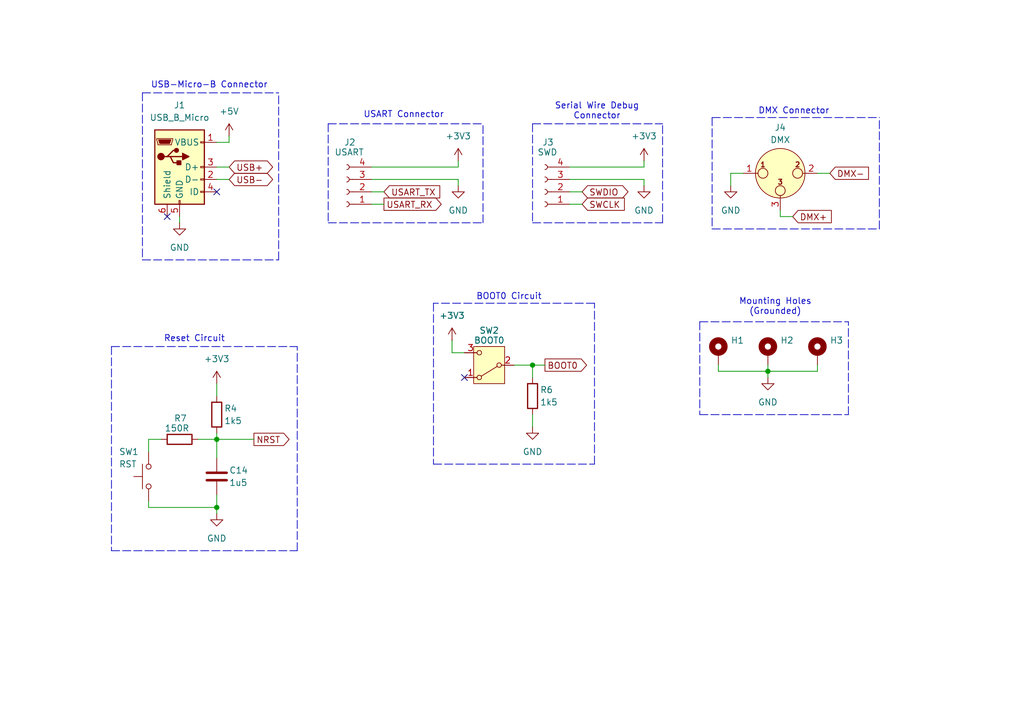
<source format=kicad_sch>
(kicad_sch (version 20250114) (generator "eeschema") (generator_version "9.0")
  (paper "A5")
  (title_block (title "Connectors & IO") (date "2025-03-21") (rev "1.0.0") (company "sauer-solutions"))
  (lib_symbols
    (symbol "Connector:Conn_01x04_Socket" (pin_names (offset 1.016) (hide yes))
      (property "Reference" "J" (at 0 5.08 0))
      (property "Value" "Conn_01x04_Socket" (at 0 -7.62 0))
      (symbol "Conn_01x04_Socket_1_1"
        (polyline (pts (xy -1.27 2.54) (xy -0.508 2.54)) (stroke (width 0.1524)))
        (polyline (pts (xy -1.27 0) (xy -0.508 0)) (stroke (width 0.1524)))
        (polyline (pts (xy -1.27 -2.54) (xy -0.508 -2.54)) (stroke (width 0.1524)))
        (polyline (pts (xy -1.27 -5.08) (xy -0.508 -5.08)) (stroke (width 0.1524)))
        (arc (start 0 2.032) (mid -0.5058 2.54) (end 0 3.048) (stroke (width 0.1524)))
        (arc (start 0 -0.508) (mid -0.5058 0) (end 0 0.508) (stroke (width 0.1524)))
        (arc (start 0 -3.048) (mid -0.5058 -2.54) (end 0 -2.032) (stroke (width 0.1524)))
        (arc (start 0 -5.588) (mid -0.5058 -5.08) (end 0 -4.572) (stroke (width 0.1524)))
        (pin passive line (at -5.08 2.54 0) (length 3.81) (name "Pin_1") (number "1"))
        (pin passive line (at -5.08 0 0) (length 3.81) (name "Pin_2") (number "2"))
        (pin passive line (at -5.08 -2.54 0) (length 3.81) (name "Pin_3") (number "3"))
        (pin passive line (at -5.08 -5.08 0) (length 3.81) (name "Pin_4") (number "4"))
      )
    )
    (symbol "Connector:USB_B_Micro" (pin_names (offset 1.016))
      (property "Reference" "J" (at -5.08 11.43 0))
      (property "Value" "USB_B_Micro" (at -5.08 8.89 0))
      (symbol "USB_B_Micro_0_1"
        (rectangle (start -5.08 -7.62) (end 5.08 7.62) (stroke (width 0.254)) (fill (type background)))
        (polyline (pts (xy -4.699 5.842) (xy -4.699 5.588) (xy -4.445 4.826) (xy -4.445 4.572) (xy -1.651 4.572) (xy -1.651 4.826) (xy -1.397 5.588) (xy -1.397 5.842) (xy -4.699 5.842)))
        (polyline (pts (xy -4.318 5.588) (xy -1.778 5.588) (xy -2.032 4.826) (xy -4.064 4.826) (xy -4.318 5.588)) (fill (type outline)))
        (circle (center -3.81 2.159) (radius 0.635) (stroke (width 0.254)) (fill (type outline)))
        (polyline (pts (xy -3.175 2.159) (xy -2.54 2.159) (xy -1.27 3.429) (xy -0.635 3.429)) (stroke (width 0.254)))
        (polyline (pts (xy -2.54 2.159) (xy -1.905 2.159) (xy -1.27 0.889) (xy 0 0.889)) (stroke (width 0.254)))
        (polyline (pts (xy -1.905 2.159) (xy 0.635 2.159)) (stroke (width 0.254)))
        (circle (center -0.635 3.429) (radius 0.381) (stroke (width 0.254)) (fill (type outline)))
        (rectangle (start -0.127 -7.62) (end 0.127 -6.858))
        (rectangle (start 0.254 1.27) (end -0.508 0.508) (stroke (width 0.254)) (fill (type outline)))
        (polyline (pts (xy 0.635 2.794) (xy 0.635 1.524) (xy 1.905 2.159) (xy 0.635 2.794)) (stroke (width 0.254)) (fill (type outline)))
        (rectangle (start 5.08 4.953) (end 4.318 5.207))
        (rectangle (start 5.08 -0.127) (end 4.318 0.127))
        (rectangle (start 5.08 -2.667) (end 4.318 -2.413))
        (rectangle (start 5.08 -5.207) (end 4.318 -4.953))
      )
      (symbol "USB_B_Micro_1_1"
        (pin passive line (at -2.54 -10.16 90) (length 2.54) (name "Shield") (number "6"))
        (pin power_out line (at 0 -10.16 90) (length 2.54) (name "GND") (number "5"))
        (pin power_out line (at 7.62 5.08 180) (length 2.54) (name "VBUS") (number "1"))
        (pin bidirectional line (at 7.62 0 180) (length 2.54) (name "D+") (number "3"))
        (pin bidirectional line (at 7.62 -2.54 180) (length 2.54) (name "D-") (number "2"))
        (pin passive line (at 7.62 -5.08 180) (length 2.54) (name "ID") (number "4"))
      )
    )
    (symbol "Connector_Audio:XLR3" (pin_names (hide yes))
      (property "Reference" "J" (at 0 8.89 0))
      (property "Value" "XLR3" (at 0 6.35 0))
      (symbol "XLR3_0_1"
        (polyline (pts (xy -5.08 0) (xy -4.572 0)))
        (circle (center -3.556 0) (radius 1.016))
        (circle (center 0 0) (radius 5.08) (fill (type background)))
        (circle (center 0 -3.556) (radius 1.016))
        (polyline (pts (xy 0 -5.08) (xy 0 -4.572)))
        (circle (center 3.556 0) (radius 1.016))
        (polyline (pts (xy 5.08 0) (xy 4.572 0)))
        (text "1" (at -3.556 1.778 0) (effects (font (size 1.016 1.016) (bold yes))))
        (text "3" (at 0 -1.778 0) (effects (font (size 1.016 1.016) (bold yes))))
        (text "2" (at 3.556 1.778 0) (effects (font (size 1.016 1.016) (bold yes))))
        (pin passive line (at -7.62 0 0) (length 2.54) (name "~") (number "1"))
        (pin passive line (at 0 -7.62 90) (length 2.54) (name "~") (number "3"))
        (pin passive line (at 7.62 0 180) (length 2.54) (name "~") (number "2"))
      )
    )
    (symbol "Device:C" (pin_numbers (hide yes)) (pin_names (offset 0.254))
      (property "Reference" "C" (at 0.635 2.54 0))
      (property "Value" "C" (at 0.635 -2.54 0))
      (symbol "C_0_1"
        (polyline (pts (xy -2.032 0.762) (xy 2.032 0.762)) (stroke (width 0.508)))
        (polyline (pts (xy -2.032 -0.762) (xy 2.032 -0.762)) (stroke (width 0.508)))
      )
      (symbol "C_1_1"
        (pin passive line (at 0 3.81 270) (length 2.794) (name "~") (number "1"))
        (pin passive line (at 0 -3.81 90) (length 2.794) (name "~") (number "2"))
      )
    )
    (symbol "Device:R" (pin_numbers (hide yes)) (pin_names (offset 0))
      (property "Reference" "R" (at 2.032 0 90))
      (property "Value" "R" (at 0 0 90))
      (symbol "R_0_1"
        (rectangle (start -1.016 -2.54) (end 1.016 2.54) (stroke (width 0.254)))
      )
      (symbol "R_1_1"
        (pin passive line (at 0 3.81 270) (length 1.27) (name "~") (number "1"))
        (pin passive line (at 0 -3.81 90) (length 1.27) (name "~") (number "2"))
      )
    )
    (symbol "Mechanical:MountingHole_Pad" (pin_numbers (hide yes)) (pin_names (offset 1.016) (hide yes)) (exclude_from_sim yes) (in_bom no)
      (property "Reference" "H" (at 0 6.35 0))
      (property "Value" "MountingHole_Pad" (at 0 4.445 0))
      (symbol "MountingHole_Pad_0_1"
        (circle (center 0 1.27) (radius 1.27) (stroke (width 1.27)))
      )
      (symbol "MountingHole_Pad_1_1"
        (pin input line (at 0 -2.54 90) (length 2.54) (name "1") (number "1"))
      )
    )
    (symbol "Switch:SW_Push" (pin_numbers (hide yes)) (pin_names (offset 1.016) (hide yes))
      (property "Reference" "SW" (at 1.27 2.54 0))
      (property "Value" "SW_Push" (at 0 -1.524 0))
      (symbol "SW_Push_0_1"
        (circle (center -2.032 0) (radius 0.508))
        (polyline (pts (xy 0 1.27) (xy 0 3.048)))
        (circle (center 2.032 0) (radius 0.508))
        (polyline (pts (xy 2.54 1.27) (xy -2.54 1.27)))
        (pin passive line (at -5.08 0 0) (length 2.54) (name "1") (number "1"))
        (pin passive line (at 5.08 0 180) (length 2.54) (name "2") (number "2"))
      )
    )
    (symbol "Switch:SW_SPDT" (pin_names (offset 0) (hide yes))
      (property "Reference" "SW" (at 0 5.08 0))
      (property "Value" "SW_SPDT" (at 0 -5.08 0))
      (symbol "SW_SPDT_0_1"
        (circle (center -2.032 0) (radius 0.4572))
        (polyline (pts (xy -1.651 0.254) (xy 1.651 2.286)))
        (circle (center 2.032 2.54) (radius 0.4572))
        (circle (center 2.032 -2.54) (radius 0.4572))
      )
      (symbol "SW_SPDT_1_1"
        (rectangle (start -3.175 3.81) (end 3.175 -3.81) (fill (type background)))
        (pin passive line (at -5.08 0 0) (length 2.54) (name "B") (number "2"))
        (pin passive line (at 5.08 2.54 180) (length 2.54) (name "A") (number "1"))
        (pin passive line (at 5.08 -2.54 180) (length 2.54) (name "C") (number "3"))
      )
    )
    (symbol "power:+3V3" (power) (pin_numbers (hide yes)) (pin_names (offset 0) (hide yes))
      (property "Value" "+3V3" (at 0 3.556 0))
      (symbol "+3V3_0_1"
        (polyline (pts (xy -0.762 1.27) (xy 0 2.54)))
        (polyline (pts (xy 0 2.54) (xy 0.762 1.27)))
        (polyline (pts (xy 0 0) (xy 0 2.54)))
      )
      (symbol "+3V3_1_1"
        (pin power_in line (at 0 0 90) (length 0) (name "~") (number "1"))
      )
    )
    (symbol "power:+5V" (power) (pin_numbers (hide yes)) (pin_names (offset 0) (hide yes))
      (property "Value" "+5V" (at 0 3.556 0))
      (symbol "+5V_0_1"
        (polyline (pts (xy -0.762 1.27) (xy 0 2.54)))
        (polyline (pts (xy 0 2.54) (xy 0.762 1.27)))
        (polyline (pts (xy 0 0) (xy 0 2.54)))
      )
      (symbol "+5V_1_1"
        (pin power_in line (at 0 0 90) (length 0) (name "~") (number "1"))
      )
    )
    (symbol "power:GND" (power) (pin_numbers (hide yes)) (pin_names (offset 0) (hide yes))
      (property "Value" "GND" (at 0 -3.81 0))
      (symbol "GND_0_1"
        (polyline (pts (xy 0 0) (xy 0 -1.27) (xy 1.27 -1.27) (xy 0 -2.54) (xy -1.27 -1.27) (xy 0 -1.27)))
      )
      (symbol "GND_1_1"
        (pin power_in line (at 0 0 270) (length 0) (name "~") (number "1"))
      )
    )
  )
  (text "Reset Circuit" (at 39.878 69.596 0) (effects (font (size 1.27 1.27))))
  (text "USART Connector" (at 82.804 23.622 0) (effects (font (size 1.27 1.27))))
  (text "USB-Micro-B Connector" (at 42.926 17.526 0) (effects (font (size 1.27 1.27))))
  (text "Serial Wire Debug\nConnector" (at 122.428 22.86 0) (effects (font (size 1.27 1.27))))
  (text "Mounting Holes\n(Grounded)" (at 159.004 62.992 0) (effects (font (size 1.27 1.27))))
  (text "DMX Connector" (at 162.814 22.86 0) (effects (font (size 1.27 1.27))))
  (text "BOOT0 Circuit" (at 104.394 60.96 0) (effects (font (size 1.27 1.27))))
  (junction (at 109.22 74.93))
  (junction (at 44.45 90.17))
  (junction (at 157.48 76.2))
  (junction (at 44.45 104.14))
  (no_connect (at 44.45 39.37))
  (no_connect (at 95.25 77.47))
  (no_connect (at 34.29 44.45))
  (polyline (pts (xy 88.9 62.23) (xy 88.9 95.25)) (stroke (width 0) (type dash)))
  (polyline (pts (xy 57.15 53.34) (xy 57.15 19.05)) (stroke (width 0) (type dash)))
  (wire (pts (xy 157.48 76.2) (xy 147.32 76.2)))
  (wire (pts (xy 76.2 39.37) (xy 78.74 39.37)))
  (wire (pts (xy 132.08 38.1) (xy 132.08 36.83)))
  (wire (pts (xy 93.98 33.02) (xy 93.98 34.29)))
  (wire (pts (xy 132.08 36.83) (xy 116.84 36.83)))
  (wire (pts (xy 44.45 90.17) (xy 52.07 90.17)))
  (polyline (pts (xy 99.06 45.72) (xy 99.06 25.4)) (stroke (width 0) (type dash)))
  (wire (pts (xy 44.45 90.17) (xy 44.45 93.98)))
  (polyline (pts (xy 109.22 45.72) (xy 135.89 45.72)) (stroke (width 0) (type dash)))
  (polyline (pts (xy 67.31 25.4) (xy 67.31 45.72)) (stroke (width 0) (type dash)))
  (wire (pts (xy 76.2 41.91) (xy 78.74 41.91)))
  (polyline (pts (xy 109.22 25.4) (xy 135.89 25.4)) (stroke (width 0) (type dash)))
  (polyline (pts (xy 146.05 46.99) (xy 180.34 46.99)) (stroke (width 0) (type dash)))
  (wire (pts (xy 147.32 76.2) (xy 147.32 74.93)))
  (polyline (pts (xy 180.34 46.99) (xy 180.34 24.13)) (stroke (width 0) (type dash)))
  (polyline (pts (xy 173.99 85.09) (xy 173.99 66.04)) (stroke (width 0) (type dash)))
  (polyline (pts (xy 29.21 19.05) (xy 57.15 19.05)) (stroke (width 0) (type dash)))
  (wire (pts (xy 30.48 102.87) (xy 30.48 104.14)))
  (polyline (pts (xy 67.31 25.4) (xy 99.06 25.4)) (stroke (width 0) (type dash)))
  (wire (pts (xy 157.48 76.2) (xy 157.48 77.47)))
  (wire (pts (xy 167.64 35.56) (xy 170.18 35.56)))
  (polyline (pts (xy 143.51 85.09) (xy 173.99 85.09)) (stroke (width 0) (type dash)))
  (polyline (pts (xy 22.86 113.03) (xy 60.96 113.03)) (stroke (width 0) (type dash)))
  (wire (pts (xy 30.48 90.17) (xy 30.48 92.71)))
  (wire (pts (xy 109.22 77.47) (xy 109.22 74.93)))
  (wire (pts (xy 157.48 74.93) (xy 157.48 76.2)))
  (wire (pts (xy 116.84 41.91) (xy 119.38 41.91)))
  (polyline (pts (xy 146.05 24.13) (xy 180.34 24.13)) (stroke (width 0) (type dash)))
  (polyline (pts (xy 29.21 19.05) (xy 29.21 53.34)) (stroke (width 0) (type dash)))
  (wire (pts (xy 116.84 34.29) (xy 132.08 34.29)))
  (wire (pts (xy 92.71 72.39) (xy 95.25 72.39)))
  (wire (pts (xy 40.64 90.17) (xy 44.45 90.17)))
  (wire (pts (xy 44.45 88.9) (xy 44.45 90.17)))
  (wire (pts (xy 109.22 85.09) (xy 109.22 87.63)))
  (wire (pts (xy 44.45 104.14) (xy 44.45 105.41)))
  (wire (pts (xy 132.08 34.29) (xy 132.08 33.02)))
  (polyline (pts (xy 22.86 71.12) (xy 22.86 113.03)) (stroke (width 0) (type dash)))
  (wire (pts (xy 109.22 74.93) (xy 111.76 74.93)))
  (wire (pts (xy 30.48 104.14) (xy 44.45 104.14)))
  (wire (pts (xy 92.71 69.85) (xy 92.71 72.39)))
  (wire (pts (xy 160.02 44.45) (xy 160.02 43.18)))
  (wire (pts (xy 46.99 29.21) (xy 44.45 29.21)))
  (wire (pts (xy 149.86 35.56) (xy 152.4 35.56)))
  (wire (pts (xy 116.84 39.37) (xy 119.38 39.37)))
  (wire (pts (xy 93.98 38.1) (xy 93.98 36.83)))
  (polyline (pts (xy 121.92 62.23) (xy 88.9 62.23)) (stroke (width 0) (type dash)))
  (polyline (pts (xy 143.51 66.04) (xy 173.99 66.04)) (stroke (width 0) (type dash)))
  (polyline (pts (xy 121.92 95.25) (xy 121.92 62.23)) (stroke (width 0) (type dash)))
  (wire (pts (xy 44.45 36.83) (xy 46.99 36.83)))
  (wire (pts (xy 46.99 27.94) (xy 46.99 29.21)))
  (wire (pts (xy 105.41 74.93) (xy 109.22 74.93)))
  (polyline (pts (xy 109.22 25.4) (xy 109.22 45.72)) (stroke (width 0) (type dash)))
  (polyline (pts (xy 29.21 53.34) (xy 57.15 53.34)) (stroke (width 0) (type dash)))
  (polyline (pts (xy 60.96 113.03) (xy 60.96 71.12)) (stroke (width 0) (type dash)))
  (wire (pts (xy 93.98 34.29) (xy 76.2 34.29)))
  (polyline (pts (xy 22.86 71.12) (xy 60.96 71.12)) (stroke (width 0) (type dash)))
  (wire (pts (xy 157.48 76.2) (xy 167.64 76.2)))
  (wire (pts (xy 33.02 90.17) (xy 30.48 90.17)))
  (polyline (pts (xy 67.31 45.72) (xy 99.06 45.72)) (stroke (width 0) (type dash)))
  (wire (pts (xy 93.98 36.83) (xy 76.2 36.83)))
  (polyline (pts (xy 146.05 24.13) (xy 146.05 46.99)) (stroke (width 0) (type dash)))
  (wire (pts (xy 162.56 44.45) (xy 160.02 44.45)))
  (wire (pts (xy 44.45 101.6) (xy 44.45 104.14)))
  (wire (pts (xy 149.86 38.1) (xy 149.86 35.56)))
  (polyline (pts (xy 135.89 45.72) (xy 135.89 25.4)) (stroke (width 0) (type dash)))
  (polyline (pts (xy 143.51 66.04) (xy 143.51 85.09)) (stroke (width 0) (type dash)))
  (wire (pts (xy 167.64 76.2) (xy 167.64 74.93)))
  (polyline (pts (xy 88.9 95.25) (xy 121.92 95.25)) (stroke (width 0) (type dash)))
  (wire (pts (xy 36.83 44.45) (xy 36.83 45.72)))
  (wire (pts (xy 44.45 34.29) (xy 46.99 34.29)))
  (wire (pts (xy 44.45 78.74) (xy 44.45 81.28)))
  (global_label "SWDIO" (shape bidirectional) (at 119.38 39.37 0) (property "Intersheetrefs" "${INTERSHEET_REFS}" (effects (hide yes))))
  (global_label "USB+" (shape bidirectional) (at 46.99 34.29 0) (property "Intersheetrefs" "${INTERSHEET_REFS}" (effects (hide yes))))
  (global_label "USB-" (shape bidirectional) (at 46.99 36.83 0) (property "Intersheetrefs" "${INTERSHEET_REFS}" (effects (hide yes))))
  (global_label "DMX-" (shape input) (at 170.18 35.56 0) (property "Intersheetrefs" "${INTERSHEET_REFS}" (effects (hide yes))))
  (global_label "BOOT0" (shape output) (at 111.76 74.93 0) (property "Intersheetrefs" "${INTERSHEET_REFS}" (effects (hide yes))))
  (global_label "USART_RX" (shape output) (at 78.74 41.91 0) (property "Intersheetrefs" "${INTERSHEET_REFS}" (effects (hide yes))))
  (global_label "DMX+" (shape input) (at 162.56 44.45 0) (property "Intersheetrefs" "${INTERSHEET_REFS}" (effects (hide yes))))
  (global_label "USART_TX" (shape input) (at 78.74 39.37 0) (property "Intersheetrefs" "${INTERSHEET_REFS}" (effects (hide yes))))
  (global_label "SWCLK" (shape input) (at 119.38 41.91 0) (property "Intersheetrefs" "${INTERSHEET_REFS}" (effects (hide yes))))
  (global_label "NRST" (shape output) (at 52.07 90.17 0) (property "Intersheetrefs" "${INTERSHEET_REFS}" (effects (hide yes))))
  (symbol (lib_id "power:+5V") (at 46.99 27.94 0) (unit 1)
    (property "Reference" "#PWR05" (effects (hide yes)))
    (property "Value" "+5V" (at 46.99 22.86 0))
    (property "Description" "Power symbol creates a global label with name \"+5V\"" (effects (hide yes)))
  )
  (symbol (lib_id "Device:C") (at 44.45 97.79 0) (unit 1)
    (property "Reference" "C14" (at 46.99 96.52 0) (effects (justify left)))
    (property "Value" "1u5" (at 46.99 99.06 0) (effects (justify left)))
    (property "Footprint" "Capacitor_SMD:C_0603_1608Metric" (effects (hide yes)))
    (property "Datasheet" "https://www.mouser.de/ProductDetail/TDK/C1608X8L0J155K080AC?qs=sGAEpiMZZMuMW9TJLBQkXhEmpb63FTdUC9o8Bfzm4VU%3D" (effects (hide yes)))
    (property "Description" "Unpolarized capacitor" (effects (hide yes)))
    (property "Mouser-Nr" "810-C1608X8L0J155K08" (effects (hide yes)))
  )
  (symbol (lib_id "power:+3V3") (at 132.08 33.02 0) (unit 1)
    (property "Reference" "#PWR08" (effects (hide yes)))
    (property "Value" "+3V3" (at 132.08 27.94 0))
    (property "Description" "Power symbol creates a global label with name \"+3V3\"" (effects (hide yes)))
  )
  (symbol (lib_id "power:GND") (at 149.86 38.1 0) (unit 1)
    (property "Reference" "#PWR09" (effects (hide yes)))
    (property "Value" "GND" (at 149.86 43.18 0))
    (property "Description" "Power symbol creates a global label with name \"GND\" , ground" (effects (hide yes)))
  )
  (symbol (lib_id "Connector:USB_B_Micro") (at 36.83 34.29 0) (unit 1)
    (property "Reference" "J1" (at 36.83 21.59 0))
    (property "Value" "USB_B_Micro" (at 36.83 24.13 0))
    (property "Footprint" "Connector_USB:USB_Micro-B_Wuerth_629105150521" (effects (hide yes)))
    (property "Datasheet" "https://www.mouser.de/ProductDetail/Wurth-Elektronik/629105150521?qs=a9WhcLg8qCzXiH7kZP8GRQ%3D%3D" (effects (hide yes)))
    (property "Description" "USB Micro Type B connector" (effects (hide yes)))
    (property "Mouser-Nr" "710-629105150521" (effects (hide yes)))
  )
  (symbol (lib_id "Switch:SW_SPDT") (at 100.33 74.93 180) (unit 1)
    (property "Reference" "SW2" (at 100.33 67.818 0))
    (property "Value" "BOOT0" (at 100.33 69.85 0))
    (property "Footprint" "own:wuerth_slide_switch_450404015514" (effects (hide yes)))
    (property "Datasheet" "https://www.mouser.de/ProductDetail/Wurth-Elektronik/450404015514?qs=sPbYRqrBIVk21%2FxsES2IZA%3D%3D" (effects (hide yes)))
    (property "Description" "Switch, single pole double throw" (effects (hide yes)))
    (property "Mouser-Nr" "710-450404015514" (effects (hide yes)))
  )
  (symbol (lib_id "power:GND") (at 132.08 38.1 0) (unit 1)
    (property "Reference" "#PWR07" (effects (hide yes)))
    (property "Value" "GND" (at 132.08 43.18 0))
    (property "Description" "Power symbol creates a global label with name \"GND\" , ground" (effects (hide yes)))
  )
  (symbol (lib_id "Device:R") (at 44.45 85.09 0) (unit 1)
    (property "Reference" "R4" (at 45.974 83.82 0) (effects (justify left)))
    (property "Value" "1k5" (at 45.974 86.36 0) (effects (justify left)))
    (property "Footprint" "Resistor_SMD:R_0402_1005Metric" (effects (hide yes)))
    (property "Datasheet" "https://www.mouser.de/ProductDetail/Panasonic/ERA-2VEB1501X?qs=OlC7AqGiEDkx8XOEQaRGXQ%3D%3D" (effects (hide yes)))
    (property "Description" "Resistor" (effects (hide yes)))
    (property "Mouser-Nr" "667-ERA-2VEB1501X" (effects (hide yes)))
  )
  (symbol (lib_id "Connector:Conn_01x04_Socket") (at 71.12 39.37 180) (unit 1)
    (property "Reference" "J2" (at 71.755 29.21 0))
    (property "Value" "USART" (at 71.628 31.242 0))
    (property "Footprint" "Connector_PinSocket_2.54mm:PinSocket_1x04_P2.54mm_Vertical" (effects (hide yes)))
    (property "Datasheet" "https://www.mouser.de/ProductDetail/Wurth-Elektronik/61300411821?qs=iLbezkQI%252BsgYrk24CGHgKQ%3D%3D" (effects (hide yes)))
    (property "Description" "Generic connector, single row, 01x04, script generated" (effects (hide yes)))
    (property "Mouser-Nr" "710-61300411821" (effects (hide yes)))
  )
  (symbol (lib_id "Connector:Conn_01x04_Socket") (at 111.76 39.37 180) (unit 1)
    (property "Reference" "J3" (at 112.395 29.21 0))
    (property "Value" "SWD" (at 112.268 31.242 0))
    (property "Footprint" "Connector_PinSocket_2.54mm:PinSocket_1x04_P2.54mm_Vertical" (effects (hide yes)))
    (property "Datasheet" "https://www.mouser.de/ProductDetail/Wurth-Elektronik/61300411821?qs=iLbezkQI%252BsgYrk24CGHgKQ%3D%3D" (effects (hide yes)))
    (property "Description" "Generic connector, single row, 01x04, script generated" (effects (hide yes)))
    (property "Mouser-Nr" "710-61300411821" (effects (hide yes)))
  )
  (symbol (lib_id "power:GND") (at 109.22 87.63 0) (unit 1)
    (property "Reference" "#PWR030" (effects (hide yes)))
    (property "Value" "GND" (at 109.22 92.71 0))
    (property "Description" "Power symbol creates a global label with name \"GND\" , ground" (effects (hide yes)))
  )
  (symbol (lib_id "Mechanical:MountingHole_Pad") (at 157.48 72.39 0) (unit 1) (exclude_from_sim yes) (in_bom no)
    (property "Reference" "H2" (at 160.02 69.8499 0) (effects (justify left)))
    (property "Value" "MountingHole_Pad" (effects (hide yes)))
    (property "Footprint" "MountingHole:MountingHole_2.2mm_M2_Pad" (effects (hide yes)))
    (property "Description" "Mounting Hole with connection" (effects (hide yes)))
  )
  (symbol (lib_id "Mechanical:MountingHole_Pad") (at 167.64 72.39 0) (unit 1) (exclude_from_sim yes) (in_bom no)
    (property "Reference" "H3" (at 170.18 69.8499 0) (effects (justify left)))
    (property "Value" "MountingHole_Pad" (effects (hide yes)))
    (property "Footprint" "MountingHole:MountingHole_2.2mm_M2_Pad" (effects (hide yes)))
    (property "Description" "Mounting Hole with connection" (effects (hide yes)))
  )
  (symbol (lib_id "power:GND") (at 44.45 105.41 0) (unit 1)
    (property "Reference" "#PWR028" (effects (hide yes)))
    (property "Value" "GND" (at 44.45 110.49 0))
    (property "Description" "Power symbol creates a global label with name \"GND\" , ground" (effects (hide yes)))
  )
  (symbol (lib_id "power:+3V3") (at 44.45 78.74 0) (unit 1)
    (property "Reference" "#PWR027" (effects (hide yes)))
    (property "Value" "+3V3" (at 44.45 73.66 0))
    (property "Description" "Power symbol creates a global label with name \"+3V3\"" (effects (hide yes)))
  )
  (symbol (lib_id "power:+3V3") (at 93.98 33.02 0) (unit 1)
    (property "Reference" "#PWR011" (effects (hide yes)))
    (property "Value" "+3V3" (at 93.98 27.94 0))
    (property "Description" "Power symbol creates a global label with name \"+3V3\"" (effects (hide yes)))
  )
  (symbol (lib_id "Switch:SW_Push") (at 30.48 97.79 90) (unit 1)
    (property "Reference" "SW1" (at 24.384 92.71 90) (effects (justify right)))
    (property "Value" "RST" (at 24.384 95.25 90) (effects (justify right)))
    (property "Footprint" "own:omron_B3U-1000P" (effects (hide yes)))
    (property "Datasheet" "https://www.mouser.de/ProductDetail/Omron-Electronics/B3U-1000P?qs=AO7BQMcsEu4ip80xyf2FwA%3D%3D" (effects (hide yes)))
    (property "Description" "Push button switch, generic, two pins" (effects (hide yes)))
    (property "Mouser-Nr" "653-B3U-1000P" (effects (hide yes)))
  )
  (symbol (lib_id "power:GND") (at 157.48 77.47 0) (unit 1)
    (property "Reference" "#PWR031" (effects (hide yes)))
    (property "Value" "GND" (at 157.48 82.55 0))
    (property "Description" "Power symbol creates a global label with name \"GND\" , ground" (effects (hide yes)))
  )
  (symbol (lib_id "Device:R") (at 36.83 90.17 90) (unit 1)
    (property "Reference" "R7" (at 38.354 85.852 90) (effects (justify left)))
    (property "Value" "150R" (at 38.862 87.884 90) (effects (justify left)))
    (property "Footprint" "Resistor_SMD:R_0402_1005Metric" (effects (hide yes)))
    (property "Datasheet" "https://www.mouser.de/ProductDetail/KOA-Speer/SG73P1EWTTP151J?qs=Jslch3jnSjnKow4tRGzcMQ%3D%3D" (effects (hide yes)))
    (property "Description" "Resistor" (effects (hide yes)))
    (property "Mouser-Nr" "660-SG73P1EWTTP151J" (effects (hide yes)))
  )
  (symbol (lib_id "power:GND") (at 36.83 45.72 0) (unit 1)
    (property "Reference" "#PWR06" (effects (hide yes)))
    (property "Value" "GND" (at 36.83 50.8 0))
    (property "Description" "Power symbol creates a global label with name \"GND\" , ground" (effects (hide yes)))
  )
  (symbol (lib_id "power:GND") (at 93.98 38.1 0) (unit 1)
    (property "Reference" "#PWR010" (effects (hide yes)))
    (property "Value" "GND" (at 93.98 43.18 0))
    (property "Description" "Power symbol creates a global label with name \"GND\" , ground" (effects (hide yes)))
  )
  (symbol (lib_id "Connector_Audio:XLR3") (at 160.02 35.56 0) (unit 1)
    (property "Reference" "J4" (at 160.02 26.162 0))
    (property "Value" "DMX" (at 160.02 28.702 0))
    (property "Footprint" "own:XLR3_Female" (effects (hide yes)))
    (property "Datasheet" "https://www.mouser.de/ProductDetail/Neutrik/NC3FAAH1?qs=jCymNF74TgWwoVvDSxErXA%3D%3D" (effects (hide yes)))
    (property "Description" "XLR Connector, Male or Female, 3 Pins" (effects (hide yes)))
    (property "Mouser-Nr" "568-NC3FAAH-1" (effects (hide yes)))
  )
  (symbol (lib_id "Device:R") (at 109.22 81.28 0) (unit 1)
    (property "Reference" "R6" (at 110.744 80.01 0) (effects (justify left)))
    (property "Value" "1k5" (at 110.744 82.55 0) (effects (justify left)))
    (property "Footprint" "Resistor_SMD:R_0402_1005Metric" (effects (hide yes)))
    (property "Datasheet" "https://www.mouser.de/ProductDetail/Panasonic/ERA-2VEB1501X?qs=OlC7AqGiEDkx8XOEQaRGXQ%3D%3D" (effects (hide yes)))
    (property "Description" "Resistor" (effects (hide yes)))
    (property "Mouser-Nr" "667-ERA-2VEB1501X" (effects (hide yes)))
  )
  (symbol (lib_id "power:+3V3") (at 92.71 69.85 0) (unit 1)
    (property "Reference" "#PWR029" (effects (hide yes)))
    (property "Value" "+3V3" (at 92.71 64.77 0))
    (property "Description" "Power symbol creates a global label with name \"+3V3\"" (effects (hide yes)))
  )
  (symbol (lib_id "Mechanical:MountingHole_Pad") (at 147.32 72.39 0) (unit 1) (exclude_from_sim yes) (in_bom no)
    (property "Reference" "H1" (at 149.86 69.8499 0) (effects (justify left)))
    (property "Value" "MountingHole_Pad" (effects (hide yes)))
    (property "Footprint" "MountingHole:MountingHole_2.2mm_M2_Pad" (effects (hide yes)))
    (property "Description" "Mounting Hole with connection" (effects (hide yes)))
  )
)
</source>
